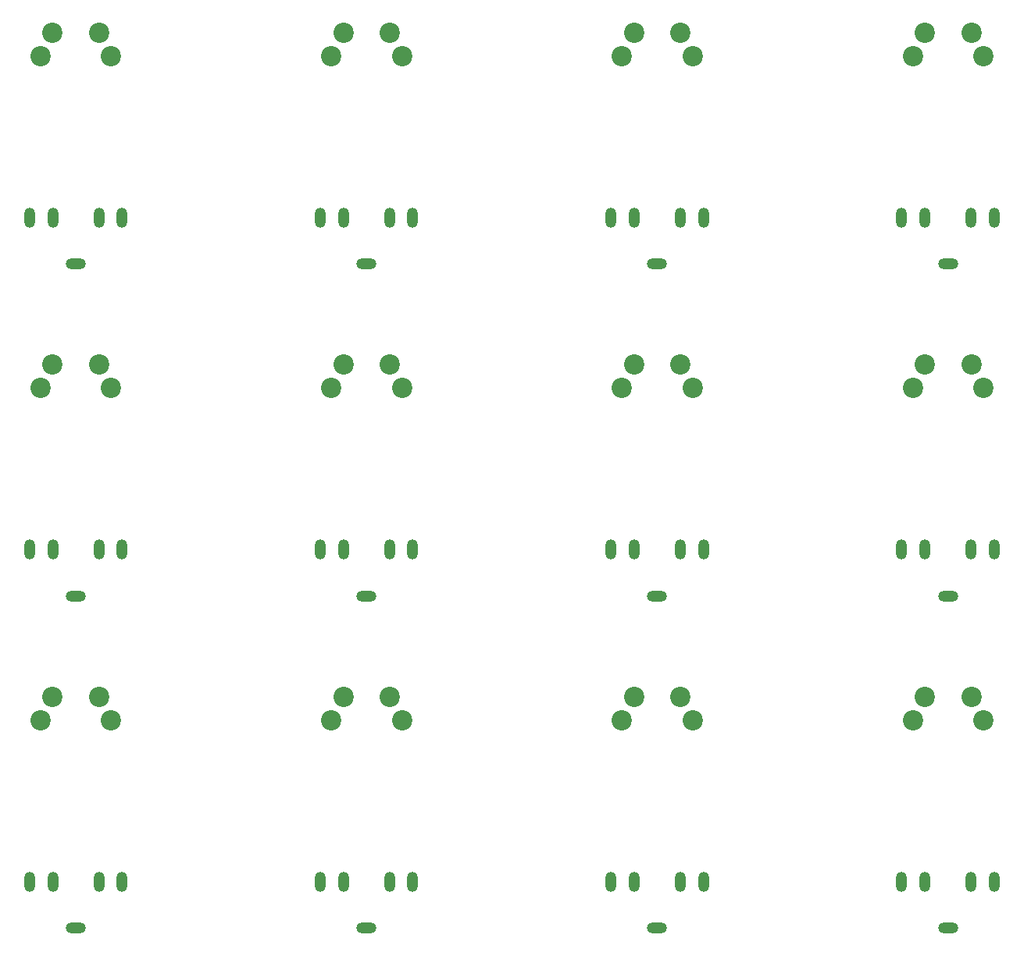
<source format=gbr>
%TF.GenerationSoftware,KiCad,Pcbnew,8.0.2*%
%TF.CreationDate,2024-06-10T13:17:10+01:00*%
%TF.ProjectId,,58585858-5858-4585-9858-585858585858,rev?*%
%TF.SameCoordinates,Original*%
%TF.FileFunction,Copper,L2,Bot*%
%TF.FilePolarity,Positive*%
%FSLAX46Y46*%
G04 Gerber Fmt 4.6, Leading zero omitted, Abs format (unit mm)*
G04 Created by KiCad (PCBNEW 8.0.2) date 2024-06-10 13:17:10*
%MOMM*%
%LPD*%
G01*
G04 APERTURE LIST*
%TA.AperFunction,ComponentPad*%
%ADD10C,2.200000*%
%TD*%
%TA.AperFunction,ComponentPad*%
%ADD11O,1.200000X2.200000*%
%TD*%
%TA.AperFunction,ComponentPad*%
%ADD12O,2.200000X1.200000*%
%TD*%
G04 APERTURE END LIST*
D10*
%TO.P,REF\u002A\u002A,1*%
%TO.N,N/C*%
X103790000Y-60920000D03*
X105070000Y-63460000D03*
%TO.P,REF\u002A\u002A,2*%
X97440000Y-63460000D03*
X98720000Y-60920000D03*
%TD*%
D11*
%TO.P,REF\u002A\u002A,R*%
%TO.N,N/C*%
X190750000Y-45000000D03*
%TO.P,REF\u002A\u002A,RN*%
X193250000Y-45000000D03*
D12*
%TO.P,REF\u002A\u002A,S*%
X195750000Y-50000000D03*
D11*
%TO.P,REF\u002A\u002A,T*%
X200750000Y-45000000D03*
%TO.P,REF\u002A\u002A,TN*%
X198250000Y-45000000D03*
%TD*%
D10*
%TO.P,REF\u002A\u002A,1*%
%TO.N,N/C*%
X103790000Y-24920000D03*
X105070000Y-27460000D03*
%TO.P,REF\u002A\u002A,2*%
X97440000Y-27460000D03*
X98720000Y-24920000D03*
%TD*%
D11*
%TO.P,REF\u002A\u002A,R*%
%TO.N,N/C*%
X190750000Y-81000000D03*
%TO.P,REF\u002A\u002A,RN*%
X193250000Y-81000000D03*
D12*
%TO.P,REF\u002A\u002A,S*%
X195750000Y-86000000D03*
D11*
%TO.P,REF\u002A\u002A,T*%
X200750000Y-81000000D03*
%TO.P,REF\u002A\u002A,TN*%
X198250000Y-81000000D03*
%TD*%
%TO.P,REF\u002A\u002A,R*%
%TO.N,N/C*%
X127750000Y-45000000D03*
%TO.P,REF\u002A\u002A,RN*%
X130250000Y-45000000D03*
D12*
%TO.P,REF\u002A\u002A,S*%
X132750000Y-50000000D03*
D11*
%TO.P,REF\u002A\u002A,T*%
X137750000Y-45000000D03*
%TO.P,REF\u002A\u002A,TN*%
X135250000Y-45000000D03*
%TD*%
%TO.P,REF\u002A\u002A,R*%
%TO.N,N/C*%
X190750000Y-117000000D03*
%TO.P,REF\u002A\u002A,RN*%
X193250000Y-117000000D03*
D12*
%TO.P,REF\u002A\u002A,S*%
X195750000Y-122000000D03*
D11*
%TO.P,REF\u002A\u002A,T*%
X200750000Y-117000000D03*
%TO.P,REF\u002A\u002A,TN*%
X198250000Y-117000000D03*
%TD*%
D10*
%TO.P,REF\u002A\u002A,1*%
%TO.N,N/C*%
X103790000Y-96920000D03*
X105070000Y-99460000D03*
%TO.P,REF\u002A\u002A,2*%
X97440000Y-99460000D03*
X98720000Y-96920000D03*
%TD*%
%TO.P,REF\u002A\u002A,1*%
%TO.N,N/C*%
X198290000Y-60920000D03*
X199570000Y-63460000D03*
%TO.P,REF\u002A\u002A,2*%
X191940000Y-63460000D03*
X193220000Y-60920000D03*
%TD*%
D11*
%TO.P,REF\u002A\u002A,R*%
%TO.N,N/C*%
X127750000Y-81000000D03*
%TO.P,REF\u002A\u002A,RN*%
X130250000Y-81000000D03*
D12*
%TO.P,REF\u002A\u002A,S*%
X132750000Y-86000000D03*
D11*
%TO.P,REF\u002A\u002A,T*%
X137750000Y-81000000D03*
%TO.P,REF\u002A\u002A,TN*%
X135250000Y-81000000D03*
%TD*%
%TO.P,REF\u002A\u002A,R*%
%TO.N,N/C*%
X96250000Y-45000000D03*
%TO.P,REF\u002A\u002A,RN*%
X98750000Y-45000000D03*
D12*
%TO.P,REF\u002A\u002A,S*%
X101250000Y-50000000D03*
D11*
%TO.P,REF\u002A\u002A,T*%
X106250000Y-45000000D03*
%TO.P,REF\u002A\u002A,TN*%
X103750000Y-45000000D03*
%TD*%
D10*
%TO.P,REF\u002A\u002A,1*%
%TO.N,N/C*%
X166790000Y-24920000D03*
X168070000Y-27460000D03*
%TO.P,REF\u002A\u002A,2*%
X160440000Y-27460000D03*
X161720000Y-24920000D03*
%TD*%
%TO.P,REF\u002A\u002A,1*%
%TO.N,N/C*%
X166790000Y-60920000D03*
X168070000Y-63460000D03*
%TO.P,REF\u002A\u002A,2*%
X160440000Y-63460000D03*
X161720000Y-60920000D03*
%TD*%
D11*
%TO.P,REF\u002A\u002A,R*%
%TO.N,N/C*%
X96250000Y-117000000D03*
%TO.P,REF\u002A\u002A,RN*%
X98750000Y-117000000D03*
D12*
%TO.P,REF\u002A\u002A,S*%
X101250000Y-122000000D03*
D11*
%TO.P,REF\u002A\u002A,T*%
X106250000Y-117000000D03*
%TO.P,REF\u002A\u002A,TN*%
X103750000Y-117000000D03*
%TD*%
%TO.P,REF\u002A\u002A,R*%
%TO.N,N/C*%
X159250000Y-45000000D03*
%TO.P,REF\u002A\u002A,RN*%
X161750000Y-45000000D03*
D12*
%TO.P,REF\u002A\u002A,S*%
X164250000Y-50000000D03*
D11*
%TO.P,REF\u002A\u002A,T*%
X169250000Y-45000000D03*
%TO.P,REF\u002A\u002A,TN*%
X166750000Y-45000000D03*
%TD*%
D10*
%TO.P,REF\u002A\u002A,1*%
%TO.N,N/C*%
X135290000Y-60920000D03*
X136570000Y-63460000D03*
%TO.P,REF\u002A\u002A,2*%
X128940000Y-63460000D03*
X130220000Y-60920000D03*
%TD*%
%TO.P,REF\u002A\u002A,1*%
%TO.N,N/C*%
X135290000Y-96920000D03*
X136570000Y-99460000D03*
%TO.P,REF\u002A\u002A,2*%
X128940000Y-99460000D03*
X130220000Y-96920000D03*
%TD*%
%TO.P,REF\u002A\u002A,1*%
%TO.N,N/C*%
X166790000Y-96920000D03*
X168070000Y-99460000D03*
%TO.P,REF\u002A\u002A,2*%
X160440000Y-99460000D03*
X161720000Y-96920000D03*
%TD*%
%TO.P,REF\u002A\u002A,1*%
%TO.N,N/C*%
X198290000Y-96920000D03*
X199570000Y-99460000D03*
%TO.P,REF\u002A\u002A,2*%
X191940000Y-99460000D03*
X193220000Y-96920000D03*
%TD*%
D11*
%TO.P,REF\u002A\u002A,R*%
%TO.N,N/C*%
X159250000Y-117000000D03*
%TO.P,REF\u002A\u002A,RN*%
X161750000Y-117000000D03*
D12*
%TO.P,REF\u002A\u002A,S*%
X164250000Y-122000000D03*
D11*
%TO.P,REF\u002A\u002A,T*%
X169250000Y-117000000D03*
%TO.P,REF\u002A\u002A,TN*%
X166750000Y-117000000D03*
%TD*%
%TO.P,REF\u002A\u002A,R*%
%TO.N,N/C*%
X96250000Y-81000000D03*
%TO.P,REF\u002A\u002A,RN*%
X98750000Y-81000000D03*
D12*
%TO.P,REF\u002A\u002A,S*%
X101250000Y-86000000D03*
D11*
%TO.P,REF\u002A\u002A,T*%
X106250000Y-81000000D03*
%TO.P,REF\u002A\u002A,TN*%
X103750000Y-81000000D03*
%TD*%
%TO.P,REF\u002A\u002A,R*%
%TO.N,N/C*%
X127750000Y-117000000D03*
%TO.P,REF\u002A\u002A,RN*%
X130250000Y-117000000D03*
D12*
%TO.P,REF\u002A\u002A,S*%
X132750000Y-122000000D03*
D11*
%TO.P,REF\u002A\u002A,T*%
X137750000Y-117000000D03*
%TO.P,REF\u002A\u002A,TN*%
X135250000Y-117000000D03*
%TD*%
D10*
%TO.P,REF\u002A\u002A,1*%
%TO.N,N/C*%
X198290000Y-24920000D03*
X199570000Y-27460000D03*
%TO.P,REF\u002A\u002A,2*%
X191940000Y-27460000D03*
X193220000Y-24920000D03*
%TD*%
%TO.P,REF\u002A\u002A,1*%
%TO.N,N/C*%
X135290000Y-24920000D03*
X136570000Y-27460000D03*
%TO.P,REF\u002A\u002A,2*%
X128940000Y-27460000D03*
X130220000Y-24920000D03*
%TD*%
D11*
%TO.P,REF\u002A\u002A,R*%
%TO.N,N/C*%
X159250000Y-81000000D03*
%TO.P,REF\u002A\u002A,RN*%
X161750000Y-81000000D03*
D12*
%TO.P,REF\u002A\u002A,S*%
X164250000Y-86000000D03*
D11*
%TO.P,REF\u002A\u002A,T*%
X169250000Y-81000000D03*
%TO.P,REF\u002A\u002A,TN*%
X166750000Y-81000000D03*
%TD*%
M02*

</source>
